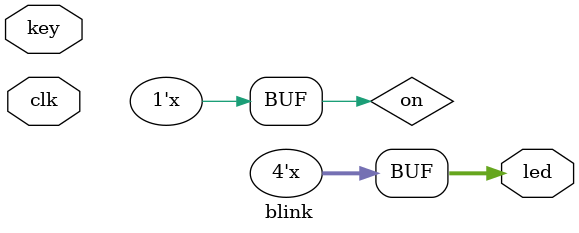
<source format=sv>
`timescale 1ns/1ps

module blink (
    input clk,
    input [7:0] key,
    output [3:0] led
);

assign led = {on, on, on, on};

reg [24:0] delay = 25'h0000000;
reg on = 0;

always_ff @(posedge clk) begin
    delay<= delay - 1'b1; 
end

always_comb begin
	if(delay == 25'hFFFFFFF) begin
		on = ~on;
	end 
end

endmodule

</source>
